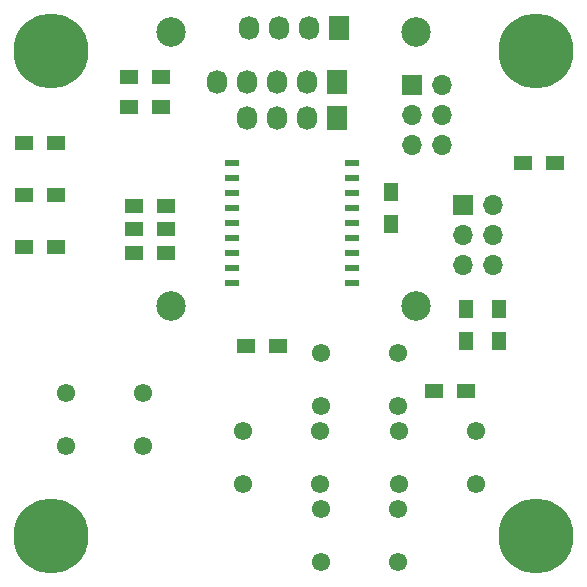
<source format=gts>
%TF.GenerationSoftware,KiCad,Pcbnew,(6.0.1)*%
%TF.CreationDate,2022-07-08T11:11:27-04:00*%
%TF.ProjectId,MyMenu,4d794d65-6e75-42e6-9b69-6361645f7063,rev?*%
%TF.SameCoordinates,Original*%
%TF.FileFunction,Soldermask,Top*%
%TF.FilePolarity,Negative*%
%FSLAX46Y46*%
G04 Gerber Fmt 4.6, Leading zero omitted, Abs format (unit mm)*
G04 Created by KiCad (PCBNEW (6.0.1)) date 2022-07-08 11:11:27*
%MOMM*%
%LPD*%
G01*
G04 APERTURE LIST*
%ADD10C,6.350000*%
%ADD11C,2.500000*%
%ADD12R,1.727200X2.032000*%
%ADD13O,1.727200X2.032000*%
%ADD14R,1.500000X1.300000*%
%ADD15R,1.300000X1.500000*%
%ADD16R,1.143000X0.508000*%
%ADD17R,1.700000X1.700000*%
%ADD18O,1.700000X1.700000*%
%ADD19C,1.549400*%
G04 APERTURE END LIST*
D10*
%TO.C,MTG4*%
X45000000Y-45000000D03*
%TD*%
%TO.C,MTG3*%
X4000000Y-45000000D03*
%TD*%
%TO.C,MTG2*%
X45000000Y-4000000D03*
%TD*%
%TO.C,MTG1*%
X4000000Y-4000000D03*
%TD*%
D11*
%TO.C,MTG5*%
X34850000Y-25550000D03*
%TD*%
%TO.C,MTG6*%
X14150000Y-25600000D03*
%TD*%
%TO.C,MTG7*%
X34850000Y-2350000D03*
%TD*%
%TO.C,MTG8*%
X14150000Y-2350000D03*
%TD*%
D12*
%TO.C,P2*%
X28190000Y-6628000D03*
D13*
X25650000Y-6628000D03*
X23110000Y-6628000D03*
X20570000Y-6628000D03*
X18030000Y-6628000D03*
%TD*%
D14*
%TO.C,R12*%
X46642000Y-13462000D03*
X43942000Y-13462000D03*
%TD*%
D15*
%TO.C,R13*%
X32766000Y-15922000D03*
X32766000Y-18622000D03*
%TD*%
%TO.C,R15*%
X41910000Y-28528000D03*
X41910000Y-25828000D03*
%TD*%
%TO.C,R17*%
X39116000Y-28528000D03*
X39116000Y-25828000D03*
%TD*%
D14*
%TO.C,R1*%
X10534000Y-6180000D03*
X13234000Y-6180000D03*
%TD*%
%TO.C,R2*%
X10534000Y-8720000D03*
X13234000Y-8720000D03*
%TD*%
%TO.C,R5*%
X4350000Y-20600000D03*
X1650000Y-20600000D03*
%TD*%
%TO.C,R4*%
X4350000Y-16200000D03*
X1650000Y-16200000D03*
%TD*%
%TO.C,R3*%
X4350000Y-11800000D03*
X1650000Y-11800000D03*
%TD*%
%TO.C,R6*%
X10990000Y-17070000D03*
X13690000Y-17070000D03*
%TD*%
%TO.C,R7*%
X10990000Y-19070000D03*
X13690000Y-19070000D03*
%TD*%
%TO.C,R8*%
X10990000Y-21070000D03*
X13690000Y-21070000D03*
%TD*%
%TO.C,R9*%
X20490000Y-28980000D03*
X23190000Y-28980000D03*
%TD*%
%TO.C,R19*%
X39065000Y-32790000D03*
X36365000Y-32790000D03*
%TD*%
D16*
%TO.C,U1*%
X29460000Y-23646000D03*
X29460000Y-22376000D03*
X29460000Y-21106000D03*
X29460000Y-19836000D03*
X29460000Y-18566000D03*
X29460000Y-17296000D03*
X29460000Y-16026000D03*
X29460000Y-14756000D03*
X29460000Y-13486000D03*
X19300000Y-13486000D03*
X19300000Y-14756000D03*
X19300000Y-16026000D03*
X19300000Y-17296000D03*
X19300000Y-18566000D03*
X19300000Y-19836000D03*
X19300000Y-21106000D03*
X19300000Y-22376000D03*
X19300000Y-23646000D03*
%TD*%
D12*
%TO.C,P3*%
X28190000Y-9676000D03*
D13*
X25650000Y-9676000D03*
X23110000Y-9676000D03*
X20570000Y-9676000D03*
%TD*%
D17*
%TO.C,J2*%
X38857000Y-17033000D03*
D18*
X41397000Y-17033000D03*
X38857000Y-19573000D03*
X41397000Y-19573000D03*
X38857000Y-22113000D03*
X41397000Y-22113000D03*
%TD*%
D17*
%TO.C,J1*%
X34539000Y-6873000D03*
D18*
X37079000Y-6873000D03*
X34539000Y-9413000D03*
X37079000Y-9413000D03*
X34539000Y-11953000D03*
X37079000Y-11953000D03*
%TD*%
D12*
%TO.C,P1*%
X28310000Y-2000000D03*
D13*
X25770000Y-2000000D03*
X23230000Y-2000000D03*
X20690000Y-2000000D03*
%TD*%
D19*
%TO.C,SW1*%
X39951200Y-36149560D03*
X33448800Y-36149560D03*
X39951200Y-40650440D03*
X33448800Y-40650440D03*
%TD*%
%TO.C,SW2*%
X33351200Y-29549560D03*
X26848800Y-29549560D03*
X33351200Y-34050440D03*
X26848800Y-34050440D03*
%TD*%
%TO.C,SW3*%
X33351200Y-42749560D03*
X26848800Y-42749560D03*
X33351200Y-47250440D03*
X26848800Y-47250440D03*
%TD*%
%TO.C,SW4*%
X26751200Y-36149560D03*
X20248800Y-36149560D03*
X26751200Y-40650440D03*
X20248800Y-40650440D03*
%TD*%
%TO.C,SW5*%
X11727200Y-32949560D03*
X5224800Y-32949560D03*
X11727200Y-37450440D03*
X5224800Y-37450440D03*
%TD*%
M02*

</source>
